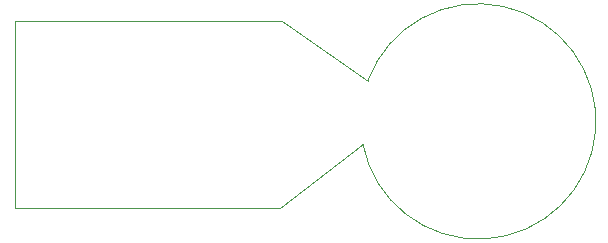
<source format=gbr>
%TF.GenerationSoftware,KiCad,Pcbnew,5.1.9*%
%TF.CreationDate,2021-05-01T17:54:34+02:00*%
%TF.ProjectId,LiPo_Circuit,4c69506f-5f43-4697-9263-7569742e6b69,rev?*%
%TF.SameCoordinates,Original*%
%TF.FileFunction,Profile,NP*%
%FSLAX46Y46*%
G04 Gerber Fmt 4.6, Leading zero omitted, Abs format (unit mm)*
G04 Created by KiCad (PCBNEW 5.1.9) date 2021-05-01 17:54:34*
%MOMM*%
%LPD*%
G01*
G04 APERTURE LIST*
%TA.AperFunction,Profile*%
%ADD10C,0.050000*%
%TD*%
G04 APERTURE END LIST*
D10*
X139446000Y-110490000D02*
X146738832Y-115542935D01*
X116840000Y-110490000D02*
X139446000Y-110490000D01*
X139319000Y-126365000D02*
X146304000Y-120904000D01*
X116840000Y-126365000D02*
X139319000Y-126365000D01*
X116840000Y-110490000D02*
X116840000Y-126365000D01*
X146738832Y-115542935D02*
G75*
G02*
X146304000Y-120904000I9344168J-3456065D01*
G01*
M02*

</source>
